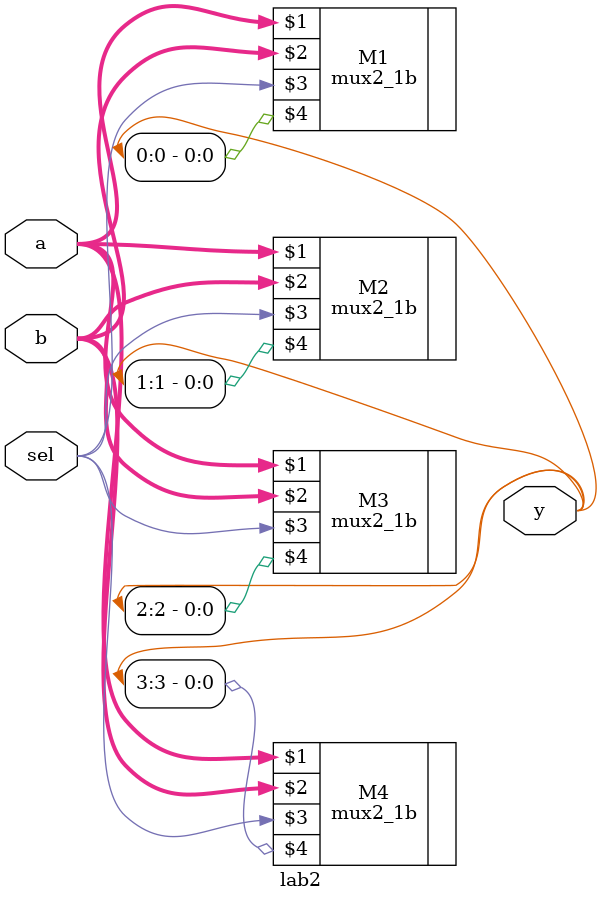
<source format=v>
module lab2(
	input [3:0]a,
	input [3:0]b,
	input sel,
	output [3:0]y
);

	
	mux2_1b	M1(a, b, sel, y[0]);
	mux2_1b	M2(a, b, sel, y[1]);
	mux2_1b	M3(a, b, sel, y[2]);
	mux2_1b	M4(a, b, sel, y[3]);


endmodule

</source>
